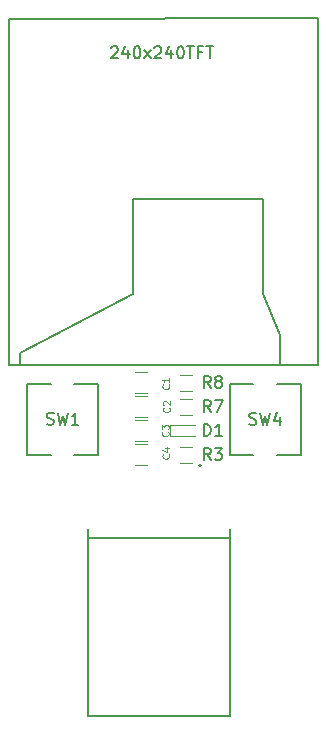
<source format=gbr>
G04 #@! TF.GenerationSoftware,KiCad,Pcbnew,(5.1.7)-1*
G04 #@! TF.CreationDate,2021-10-09T11:46:55+02:00*
G04 #@! TF.ProjectId,20210211_eduino,32303231-3032-4313-915f-656475696e6f,v1.0*
G04 #@! TF.SameCoordinates,Original*
G04 #@! TF.FileFunction,Legend,Top*
G04 #@! TF.FilePolarity,Positive*
%FSLAX46Y46*%
G04 Gerber Fmt 4.6, Leading zero omitted, Abs format (unit mm)*
G04 Created by KiCad (PCBNEW (5.1.7)-1) date 2021-10-09 11:46:55*
%MOMM*%
%LPD*%
G01*
G04 APERTURE LIST*
%ADD10C,0.127000*%
%ADD11C,0.200000*%
%ADD12C,0.150000*%
%ADD13C,0.120000*%
%ADD14C,0.050000*%
G04 APERTURE END LIST*
D10*
X134208000Y-84042000D02*
X134208000Y-84792000D01*
X134208000Y-84792000D02*
X146208000Y-84792000D01*
X146208000Y-84792000D02*
X146208000Y-84042000D01*
X134208000Y-84792000D02*
X134208000Y-99842000D01*
X134208000Y-99842000D02*
X146208000Y-99842000D01*
X146208000Y-99842000D02*
X146208000Y-84792000D01*
D11*
X143808000Y-78642000D02*
G75*
G03*
X143808000Y-78642000I-100000J0D01*
G01*
D12*
X153658000Y-70104000D02*
X127508000Y-70104000D01*
X153658000Y-40804000D02*
X153658000Y-70104000D01*
X127508000Y-40844000D02*
X153658000Y-40804000D01*
X127508000Y-70104000D02*
X127508000Y-40844000D01*
X138008000Y-64104000D02*
X128508000Y-69104000D01*
X138008000Y-56104000D02*
X138008000Y-64104000D01*
X149008000Y-56104000D02*
X138008000Y-56104000D01*
X149008000Y-64104000D02*
X149008000Y-56104000D01*
X150508000Y-67604000D02*
X149008000Y-64104000D01*
X150508000Y-69604000D02*
X150508000Y-67604000D01*
X150508000Y-69604000D02*
X150508000Y-70104000D01*
X128508000Y-69104000D02*
X128508000Y-70104000D01*
D13*
X138200000Y-72478000D02*
X139200000Y-72478000D01*
X139200000Y-70778000D02*
X138200000Y-70778000D01*
X138200000Y-74510000D02*
X139200000Y-74510000D01*
X139200000Y-72810000D02*
X138200000Y-72810000D01*
X139200000Y-74842000D02*
X138200000Y-74842000D01*
X138200000Y-76542000D02*
X139200000Y-76542000D01*
X139200000Y-76874000D02*
X138200000Y-76874000D01*
X138200000Y-78574000D02*
X139200000Y-78574000D01*
X141156000Y-75192000D02*
X141156000Y-76192000D01*
X141156000Y-76192000D02*
X143256000Y-76192000D01*
X141156000Y-75192000D02*
X143256000Y-75192000D01*
X143006000Y-78404000D02*
X142006000Y-78404000D01*
X142006000Y-77044000D02*
X143006000Y-77044000D01*
X142006000Y-72980000D02*
X143006000Y-72980000D01*
X143006000Y-74340000D02*
X142006000Y-74340000D01*
X143006000Y-72308000D02*
X142006000Y-72308000D01*
X142006000Y-70948000D02*
X143006000Y-70948000D01*
D12*
X135080000Y-71740000D02*
X133080000Y-71740000D01*
X135080000Y-77740000D02*
X135080000Y-71740000D01*
X133080000Y-77740000D02*
X135080000Y-77740000D01*
X129080000Y-77740000D02*
X131080000Y-77740000D01*
X129080000Y-71740000D02*
X129080000Y-77740000D01*
X131080000Y-71740000D02*
X129080000Y-71740000D01*
X148225000Y-71740000D02*
X146225000Y-71740000D01*
X146225000Y-71740000D02*
X146225000Y-77740000D01*
X146225000Y-77740000D02*
X148225000Y-77740000D01*
X150225000Y-77740000D02*
X152225000Y-77740000D01*
X152225000Y-77740000D02*
X152225000Y-71740000D01*
X152225000Y-71740000D02*
X150225000Y-71740000D01*
X136186095Y-43271619D02*
X136233714Y-43224000D01*
X136328952Y-43176380D01*
X136567047Y-43176380D01*
X136662285Y-43224000D01*
X136709904Y-43271619D01*
X136757523Y-43366857D01*
X136757523Y-43462095D01*
X136709904Y-43604952D01*
X136138476Y-44176380D01*
X136757523Y-44176380D01*
X137614666Y-43509714D02*
X137614666Y-44176380D01*
X137376571Y-43128761D02*
X137138476Y-43843047D01*
X137757523Y-43843047D01*
X138328952Y-43176380D02*
X138424190Y-43176380D01*
X138519428Y-43224000D01*
X138567047Y-43271619D01*
X138614666Y-43366857D01*
X138662285Y-43557333D01*
X138662285Y-43795428D01*
X138614666Y-43985904D01*
X138567047Y-44081142D01*
X138519428Y-44128761D01*
X138424190Y-44176380D01*
X138328952Y-44176380D01*
X138233714Y-44128761D01*
X138186095Y-44081142D01*
X138138476Y-43985904D01*
X138090857Y-43795428D01*
X138090857Y-43557333D01*
X138138476Y-43366857D01*
X138186095Y-43271619D01*
X138233714Y-43224000D01*
X138328952Y-43176380D01*
X138995619Y-44176380D02*
X139519428Y-43509714D01*
X138995619Y-43509714D02*
X139519428Y-44176380D01*
X139852761Y-43271619D02*
X139900380Y-43224000D01*
X139995619Y-43176380D01*
X140233714Y-43176380D01*
X140328952Y-43224000D01*
X140376571Y-43271619D01*
X140424190Y-43366857D01*
X140424190Y-43462095D01*
X140376571Y-43604952D01*
X139805142Y-44176380D01*
X140424190Y-44176380D01*
X141281333Y-43509714D02*
X141281333Y-44176380D01*
X141043238Y-43128761D02*
X140805142Y-43843047D01*
X141424190Y-43843047D01*
X141995619Y-43176380D02*
X142090857Y-43176380D01*
X142186095Y-43224000D01*
X142233714Y-43271619D01*
X142281333Y-43366857D01*
X142328952Y-43557333D01*
X142328952Y-43795428D01*
X142281333Y-43985904D01*
X142233714Y-44081142D01*
X142186095Y-44128761D01*
X142090857Y-44176380D01*
X141995619Y-44176380D01*
X141900380Y-44128761D01*
X141852761Y-44081142D01*
X141805142Y-43985904D01*
X141757523Y-43795428D01*
X141757523Y-43557333D01*
X141805142Y-43366857D01*
X141852761Y-43271619D01*
X141900380Y-43224000D01*
X141995619Y-43176380D01*
X142614666Y-43176380D02*
X143186095Y-43176380D01*
X142900380Y-44176380D02*
X142900380Y-43176380D01*
X143852761Y-43652571D02*
X143519428Y-43652571D01*
X143519428Y-44176380D02*
X143519428Y-43176380D01*
X143995619Y-43176380D01*
X144233714Y-43176380D02*
X144805142Y-43176380D01*
X144519428Y-44176380D02*
X144519428Y-43176380D01*
D14*
X141057285Y-71791500D02*
X141085857Y-71820071D01*
X141114428Y-71905785D01*
X141114428Y-71962928D01*
X141085857Y-72048642D01*
X141028714Y-72105785D01*
X140971571Y-72134357D01*
X140857285Y-72162928D01*
X140771571Y-72162928D01*
X140657285Y-72134357D01*
X140600142Y-72105785D01*
X140543000Y-72048642D01*
X140514428Y-71962928D01*
X140514428Y-71905785D01*
X140543000Y-71820071D01*
X140571571Y-71791500D01*
X141114428Y-71220071D02*
X141114428Y-71562928D01*
X141114428Y-71391500D02*
X140514428Y-71391500D01*
X140600142Y-71448642D01*
X140657285Y-71505785D01*
X140685857Y-71562928D01*
X141120785Y-73760000D02*
X141149357Y-73788571D01*
X141177928Y-73874285D01*
X141177928Y-73931428D01*
X141149357Y-74017142D01*
X141092214Y-74074285D01*
X141035071Y-74102857D01*
X140920785Y-74131428D01*
X140835071Y-74131428D01*
X140720785Y-74102857D01*
X140663642Y-74074285D01*
X140606500Y-74017142D01*
X140577928Y-73931428D01*
X140577928Y-73874285D01*
X140606500Y-73788571D01*
X140635071Y-73760000D01*
X140635071Y-73531428D02*
X140606500Y-73502857D01*
X140577928Y-73445714D01*
X140577928Y-73302857D01*
X140606500Y-73245714D01*
X140635071Y-73217142D01*
X140692214Y-73188571D01*
X140749357Y-73188571D01*
X140835071Y-73217142D01*
X141177928Y-73560000D01*
X141177928Y-73188571D01*
X140993785Y-75792000D02*
X141022357Y-75820571D01*
X141050928Y-75906285D01*
X141050928Y-75963428D01*
X141022357Y-76049142D01*
X140965214Y-76106285D01*
X140908071Y-76134857D01*
X140793785Y-76163428D01*
X140708071Y-76163428D01*
X140593785Y-76134857D01*
X140536642Y-76106285D01*
X140479500Y-76049142D01*
X140450928Y-75963428D01*
X140450928Y-75906285D01*
X140479500Y-75820571D01*
X140508071Y-75792000D01*
X140450928Y-75592000D02*
X140450928Y-75220571D01*
X140679500Y-75420571D01*
X140679500Y-75334857D01*
X140708071Y-75277714D01*
X140736642Y-75249142D01*
X140793785Y-75220571D01*
X140936642Y-75220571D01*
X140993785Y-75249142D01*
X141022357Y-75277714D01*
X141050928Y-75334857D01*
X141050928Y-75506285D01*
X141022357Y-75563428D01*
X140993785Y-75592000D01*
X141057285Y-77697000D02*
X141085857Y-77725571D01*
X141114428Y-77811285D01*
X141114428Y-77868428D01*
X141085857Y-77954142D01*
X141028714Y-78011285D01*
X140971571Y-78039857D01*
X140857285Y-78068428D01*
X140771571Y-78068428D01*
X140657285Y-78039857D01*
X140600142Y-78011285D01*
X140543000Y-77954142D01*
X140514428Y-77868428D01*
X140514428Y-77811285D01*
X140543000Y-77725571D01*
X140571571Y-77697000D01*
X140714428Y-77182714D02*
X141114428Y-77182714D01*
X140485857Y-77325571D02*
X140914428Y-77468428D01*
X140914428Y-77097000D01*
D12*
X144041904Y-76144380D02*
X144041904Y-75144380D01*
X144280000Y-75144380D01*
X144422857Y-75192000D01*
X144518095Y-75287238D01*
X144565714Y-75382476D01*
X144613333Y-75572952D01*
X144613333Y-75715809D01*
X144565714Y-75906285D01*
X144518095Y-76001523D01*
X144422857Y-76096761D01*
X144280000Y-76144380D01*
X144041904Y-76144380D01*
X145565714Y-76144380D02*
X144994285Y-76144380D01*
X145280000Y-76144380D02*
X145280000Y-75144380D01*
X145184761Y-75287238D01*
X145089523Y-75382476D01*
X144994285Y-75430095D01*
X144613333Y-78176380D02*
X144280000Y-77700190D01*
X144041904Y-78176380D02*
X144041904Y-77176380D01*
X144422857Y-77176380D01*
X144518095Y-77224000D01*
X144565714Y-77271619D01*
X144613333Y-77366857D01*
X144613333Y-77509714D01*
X144565714Y-77604952D01*
X144518095Y-77652571D01*
X144422857Y-77700190D01*
X144041904Y-77700190D01*
X144946666Y-77176380D02*
X145565714Y-77176380D01*
X145232380Y-77557333D01*
X145375238Y-77557333D01*
X145470476Y-77604952D01*
X145518095Y-77652571D01*
X145565714Y-77747809D01*
X145565714Y-77985904D01*
X145518095Y-78081142D01*
X145470476Y-78128761D01*
X145375238Y-78176380D01*
X145089523Y-78176380D01*
X144994285Y-78128761D01*
X144946666Y-78081142D01*
X144613333Y-74112380D02*
X144280000Y-73636190D01*
X144041904Y-74112380D02*
X144041904Y-73112380D01*
X144422857Y-73112380D01*
X144518095Y-73160000D01*
X144565714Y-73207619D01*
X144613333Y-73302857D01*
X144613333Y-73445714D01*
X144565714Y-73540952D01*
X144518095Y-73588571D01*
X144422857Y-73636190D01*
X144041904Y-73636190D01*
X144946666Y-73112380D02*
X145613333Y-73112380D01*
X145184761Y-74112380D01*
X144613333Y-72080380D02*
X144280000Y-71604190D01*
X144041904Y-72080380D02*
X144041904Y-71080380D01*
X144422857Y-71080380D01*
X144518095Y-71128000D01*
X144565714Y-71175619D01*
X144613333Y-71270857D01*
X144613333Y-71413714D01*
X144565714Y-71508952D01*
X144518095Y-71556571D01*
X144422857Y-71604190D01*
X144041904Y-71604190D01*
X145184761Y-71508952D02*
X145089523Y-71461333D01*
X145041904Y-71413714D01*
X144994285Y-71318476D01*
X144994285Y-71270857D01*
X145041904Y-71175619D01*
X145089523Y-71128000D01*
X145184761Y-71080380D01*
X145375238Y-71080380D01*
X145470476Y-71128000D01*
X145518095Y-71175619D01*
X145565714Y-71270857D01*
X145565714Y-71318476D01*
X145518095Y-71413714D01*
X145470476Y-71461333D01*
X145375238Y-71508952D01*
X145184761Y-71508952D01*
X145089523Y-71556571D01*
X145041904Y-71604190D01*
X144994285Y-71699428D01*
X144994285Y-71889904D01*
X145041904Y-71985142D01*
X145089523Y-72032761D01*
X145184761Y-72080380D01*
X145375238Y-72080380D01*
X145470476Y-72032761D01*
X145518095Y-71985142D01*
X145565714Y-71889904D01*
X145565714Y-71699428D01*
X145518095Y-71604190D01*
X145470476Y-71556571D01*
X145375238Y-71508952D01*
X130746666Y-75144761D02*
X130889523Y-75192380D01*
X131127619Y-75192380D01*
X131222857Y-75144761D01*
X131270476Y-75097142D01*
X131318095Y-75001904D01*
X131318095Y-74906666D01*
X131270476Y-74811428D01*
X131222857Y-74763809D01*
X131127619Y-74716190D01*
X130937142Y-74668571D01*
X130841904Y-74620952D01*
X130794285Y-74573333D01*
X130746666Y-74478095D01*
X130746666Y-74382857D01*
X130794285Y-74287619D01*
X130841904Y-74240000D01*
X130937142Y-74192380D01*
X131175238Y-74192380D01*
X131318095Y-74240000D01*
X131651428Y-74192380D02*
X131889523Y-75192380D01*
X132080000Y-74478095D01*
X132270476Y-75192380D01*
X132508571Y-74192380D01*
X133413333Y-75192380D02*
X132841904Y-75192380D01*
X133127619Y-75192380D02*
X133127619Y-74192380D01*
X133032380Y-74335238D01*
X132937142Y-74430476D01*
X132841904Y-74478095D01*
X147891666Y-75144761D02*
X148034523Y-75192380D01*
X148272619Y-75192380D01*
X148367857Y-75144761D01*
X148415476Y-75097142D01*
X148463095Y-75001904D01*
X148463095Y-74906666D01*
X148415476Y-74811428D01*
X148367857Y-74763809D01*
X148272619Y-74716190D01*
X148082142Y-74668571D01*
X147986904Y-74620952D01*
X147939285Y-74573333D01*
X147891666Y-74478095D01*
X147891666Y-74382857D01*
X147939285Y-74287619D01*
X147986904Y-74240000D01*
X148082142Y-74192380D01*
X148320238Y-74192380D01*
X148463095Y-74240000D01*
X148796428Y-74192380D02*
X149034523Y-75192380D01*
X149225000Y-74478095D01*
X149415476Y-75192380D01*
X149653571Y-74192380D01*
X150463095Y-74525714D02*
X150463095Y-75192380D01*
X150225000Y-74144761D02*
X149986904Y-74859047D01*
X150605952Y-74859047D01*
M02*

</source>
